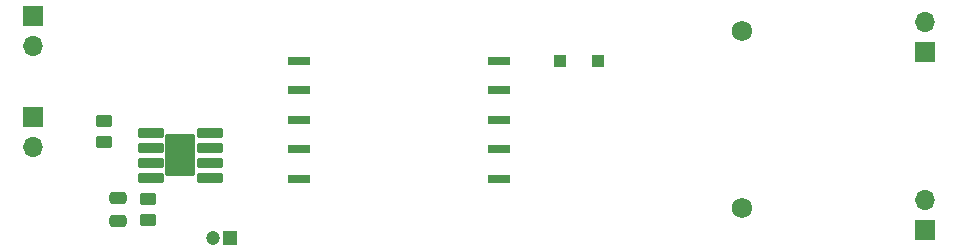
<source format=gbr>
%TF.GenerationSoftware,KiCad,Pcbnew,8.0.2*%
%TF.CreationDate,2024-12-11T18:03:45+01:00*%
%TF.ProjectId,Przetwornica_4_to_400,50727a65-7477-46f7-926e-6963615f345f,rev?*%
%TF.SameCoordinates,Original*%
%TF.FileFunction,Soldermask,Top*%
%TF.FilePolarity,Negative*%
%FSLAX46Y46*%
G04 Gerber Fmt 4.6, Leading zero omitted, Abs format (unit mm)*
G04 Created by KiCad (PCBNEW 8.0.2) date 2024-12-11 18:03:45*
%MOMM*%
%LPD*%
G01*
G04 APERTURE LIST*
G04 Aperture macros list*
%AMRoundRect*
0 Rectangle with rounded corners*
0 $1 Rounding radius*
0 $2 $3 $4 $5 $6 $7 $8 $9 X,Y pos of 4 corners*
0 Add a 4 corners polygon primitive as box body*
4,1,4,$2,$3,$4,$5,$6,$7,$8,$9,$2,$3,0*
0 Add four circle primitives for the rounded corners*
1,1,$1+$1,$2,$3*
1,1,$1+$1,$4,$5*
1,1,$1+$1,$6,$7*
1,1,$1+$1,$8,$9*
0 Add four rect primitives between the rounded corners*
20,1,$1+$1,$2,$3,$4,$5,0*
20,1,$1+$1,$4,$5,$6,$7,0*
20,1,$1+$1,$6,$7,$8,$9,0*
20,1,$1+$1,$8,$9,$2,$3,0*%
G04 Aperture macros list end*
%ADD10R,1.700000X1.700000*%
%ADD11O,1.700000X1.700000*%
%ADD12RoundRect,0.250000X0.450000X-0.262500X0.450000X0.262500X-0.450000X0.262500X-0.450000X-0.262500X0*%
%ADD13RoundRect,0.250000X-0.475000X0.250000X-0.475000X-0.250000X0.475000X-0.250000X0.475000X0.250000X0*%
%ADD14RoundRect,0.102000X1.140500X1.637000X-1.140500X1.637000X-1.140500X-1.637000X1.140500X-1.637000X0*%
%ADD15RoundRect,0.058800X1.028200X0.333200X-1.028200X0.333200X-1.028200X-0.333200X1.028200X-0.333200X0*%
%ADD16C,1.725000*%
%ADD17R,1.200000X1.200000*%
%ADD18C,1.200000*%
%ADD19R,1.120000X1.080000*%
%ADD20R,1.854200X0.762000*%
G04 APERTURE END LIST*
D10*
%TO.C,J2*%
X132000000Y-67290000D03*
D11*
X132000000Y-64750000D03*
%TD*%
D12*
%TO.C,R2*%
X66221250Y-66500000D03*
X66221250Y-64675000D03*
%TD*%
D13*
%TO.C,C4*%
X63721250Y-64657500D03*
X63721250Y-66557500D03*
%TD*%
D14*
%TO.C,U1*%
X69000000Y-61000000D03*
D15*
X66530000Y-62905000D03*
X66530000Y-61635000D03*
X66530000Y-60365000D03*
X66530000Y-59095000D03*
X71470000Y-59095000D03*
X71470000Y-60365000D03*
X71470000Y-61635000D03*
X71470000Y-62905000D03*
%TD*%
D12*
%TO.C,R1*%
X62500000Y-59912500D03*
X62500000Y-58087500D03*
%TD*%
D10*
%TO.C,J3*%
X56500000Y-49225000D03*
D11*
X56500000Y-51765000D03*
%TD*%
D16*
%TO.C,C1*%
X116500000Y-65500000D03*
X116500000Y-50500000D03*
%TD*%
D10*
%TO.C,J1*%
X132000000Y-52275000D03*
D11*
X132000000Y-49735000D03*
%TD*%
D17*
%TO.C,C2*%
X73222600Y-68000000D03*
D18*
X71722600Y-68000000D03*
%TD*%
D19*
%TO.C,D1*%
X104375000Y-53000000D03*
X101125000Y-53000000D03*
%TD*%
D20*
%TO.C,U2*%
X79067200Y-52999756D03*
X79067200Y-55499878D03*
X79067200Y-58000000D03*
X79067200Y-60500122D03*
X79067200Y-63000244D03*
X95932800Y-63000244D03*
X95932800Y-60500122D03*
X95932800Y-58000000D03*
X95932800Y-55499878D03*
X95932800Y-52999756D03*
%TD*%
D10*
%TO.C,J5*%
X56500000Y-57725000D03*
D11*
X56500000Y-60265000D03*
%TD*%
M02*

</source>
